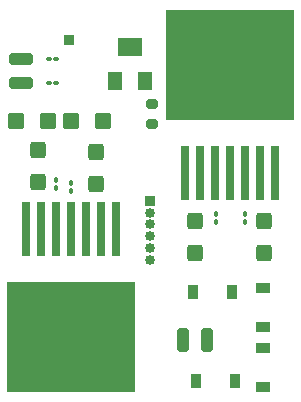
<source format=gbr>
%TF.GenerationSoftware,KiCad,Pcbnew,(6.0.5)*%
%TF.CreationDate,2022-07-12T16:10:34-04:00*%
%TF.ProjectId,torque_motor_design,746f7271-7565-45f6-9d6f-746f725f6465,rev?*%
%TF.SameCoordinates,Original*%
%TF.FileFunction,Soldermask,Top*%
%TF.FilePolarity,Negative*%
%FSLAX46Y46*%
G04 Gerber Fmt 4.6, Leading zero omitted, Abs format (unit mm)*
G04 Created by KiCad (PCBNEW (6.0.5)) date 2022-07-12 16:10:34*
%MOMM*%
%LPD*%
G01*
G04 APERTURE LIST*
G04 Aperture macros list*
%AMRoundRect*
0 Rectangle with rounded corners*
0 $1 Rounding radius*
0 $2 $3 $4 $5 $6 $7 $8 $9 X,Y pos of 4 corners*
0 Add a 4 corners polygon primitive as box body*
4,1,4,$2,$3,$4,$5,$6,$7,$8,$9,$2,$3,0*
0 Add four circle primitives for the rounded corners*
1,1,$1+$1,$2,$3*
1,1,$1+$1,$4,$5*
1,1,$1+$1,$6,$7*
1,1,$1+$1,$8,$9*
0 Add four rect primitives between the rounded corners*
20,1,$1+$1,$2,$3,$4,$5,0*
20,1,$1+$1,$4,$5,$6,$7,0*
20,1,$1+$1,$6,$7,$8,$9,0*
20,1,$1+$1,$8,$9,$2,$3,0*%
G04 Aperture macros list end*
%ADD10RoundRect,0.100000X0.100000X-0.130000X0.100000X0.130000X-0.100000X0.130000X-0.100000X-0.130000X0*%
%ADD11RoundRect,0.250000X0.425000X-0.450000X0.425000X0.450000X-0.425000X0.450000X-0.425000X-0.450000X0*%
%ADD12RoundRect,0.250000X0.450000X0.425000X-0.450000X0.425000X-0.450000X-0.425000X0.450000X-0.425000X0*%
%ADD13R,1.300000X1.600000*%
%ADD14R,2.000000X1.600000*%
%ADD15RoundRect,0.100000X-0.100000X0.130000X-0.100000X-0.130000X0.100000X-0.130000X0.100000X0.130000X0*%
%ADD16RoundRect,0.100000X0.130000X0.100000X-0.130000X0.100000X-0.130000X-0.100000X0.130000X-0.100000X0*%
%ADD17R,0.800000X4.600000*%
%ADD18R,10.800000X9.400000*%
%ADD19RoundRect,0.250000X0.250000X0.750000X-0.250000X0.750000X-0.250000X-0.750000X0.250000X-0.750000X0*%
%ADD20RoundRect,0.100000X-0.130000X-0.100000X0.130000X-0.100000X0.130000X0.100000X-0.130000X0.100000X0*%
%ADD21R,1.200000X0.900000*%
%ADD22RoundRect,0.250000X-0.450000X-0.425000X0.450000X-0.425000X0.450000X0.425000X-0.450000X0.425000X0*%
%ADD23RoundRect,0.250000X-0.425000X0.450000X-0.425000X-0.450000X0.425000X-0.450000X0.425000X0.450000X0*%
%ADD24R,0.900000X1.200000*%
%ADD25RoundRect,0.250000X0.750000X-0.250000X0.750000X0.250000X-0.750000X0.250000X-0.750000X-0.250000X0*%
%ADD26RoundRect,0.200000X-0.275000X0.200000X-0.275000X-0.200000X0.275000X-0.200000X0.275000X0.200000X0*%
%ADD27R,0.850000X0.850000*%
%ADD28O,0.850000X0.850000*%
G04 APERTURE END LIST*
D10*
%TO.C,C8*%
X179250000Y-52743000D03*
X179250000Y-52103000D03*
%TD*%
D11*
%TO.C,C6*%
X177673000Y-52277000D03*
X177673000Y-49577000D03*
%TD*%
D12*
%TO.C,C10*%
X183214000Y-47117000D03*
X180514000Y-47117000D03*
%TD*%
D13*
%TO.C,RV1*%
X184250000Y-43750000D03*
D14*
X185500000Y-40850000D03*
D13*
X186750000Y-43750000D03*
%TD*%
D15*
%TO.C,C7*%
X195250000Y-54980000D03*
X195250000Y-55620000D03*
%TD*%
D16*
%TO.C,R6*%
X179270000Y-43900000D03*
X178630000Y-43900000D03*
%TD*%
D17*
%TO.C,U3*%
X190190000Y-51475000D03*
X191460000Y-51475000D03*
X192730000Y-51475000D03*
X194000000Y-51475000D03*
X195270000Y-51475000D03*
X196540000Y-51475000D03*
X197810000Y-51475000D03*
D18*
X194000000Y-42325000D03*
%TD*%
D19*
%TO.C,Motor+1*%
X192050000Y-65600000D03*
%TD*%
D15*
%TO.C,C5*%
X192750000Y-54980000D03*
X192750000Y-55620000D03*
%TD*%
D20*
%TO.C,R5*%
X178630000Y-41850000D03*
X179270000Y-41850000D03*
%TD*%
D21*
%TO.C,D7*%
X196750000Y-66300000D03*
X196750000Y-69600000D03*
%TD*%
D22*
%TO.C,C9*%
X175815000Y-47117000D03*
X178515000Y-47117000D03*
%TD*%
D17*
%TO.C,U2*%
X184310000Y-56225000D03*
X183040000Y-56225000D03*
X181770000Y-56225000D03*
X180500000Y-56225000D03*
X179230000Y-56225000D03*
X177960000Y-56225000D03*
X176690000Y-56225000D03*
D18*
X180500000Y-65375000D03*
%TD*%
D11*
%TO.C,C4*%
X191008000Y-58246000D03*
X191008000Y-55546000D03*
%TD*%
D23*
%TO.C,C12*%
X196850000Y-55546000D03*
X196850000Y-58246000D03*
%TD*%
D24*
%TO.C,D1*%
X190850000Y-61600000D03*
X194150000Y-61600000D03*
%TD*%
D25*
%TO.C,External_(-6V)1*%
X176306000Y-43894000D03*
%TD*%
%TO.C,External_(+6V)1*%
X176306000Y-41850000D03*
%TD*%
D19*
%TO.C,Motor-1*%
X190000000Y-65600000D03*
%TD*%
D26*
%TO.C,R1*%
X187400000Y-45675000D03*
X187400000Y-47325000D03*
%TD*%
D10*
%TO.C,C11*%
X180500000Y-53020000D03*
X180500000Y-52380000D03*
%TD*%
D21*
%TO.C,D5*%
X196800000Y-61200000D03*
X196800000Y-64500000D03*
%TD*%
D23*
%TO.C,C3*%
X182626000Y-49704000D03*
X182626000Y-52404000D03*
%TD*%
D24*
%TO.C,D6*%
X194400000Y-69150000D03*
X191100000Y-69150000D03*
%TD*%
D27*
%TO.C,Current_Sense*%
X180340000Y-40259000D03*
%TD*%
%TO.C,ONEV_2*%
X187200000Y-53850000D03*
D28*
X187200000Y-54850000D03*
X187200000Y-55850000D03*
X187200000Y-56850000D03*
X187200000Y-57850000D03*
X187200000Y-58850000D03*
%TD*%
M02*

</source>
